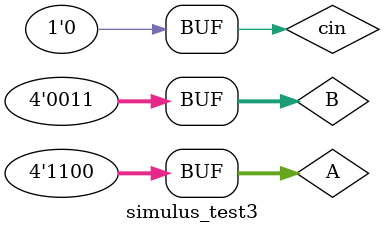
<source format=v>
`timescale 1ns / 1ps


module simulus_test3;

	// Inputs
	reg [3:0] A;
	reg [3:0] B;
	reg cin;

	// Outputs
	wire [3:0] sum;
	wire cout;

	// Instantiate the Unit Under Test (UUT)
	CarryLookAheadAdder4bit uut (
		.A(A), 
		.B(B), 
		.cin(cin), 
		.sum(sum), 
		.cout(cout)
	);

	initial begin
		// Initialize Inputs
		A = 0;
		B = 0;
		cin = 0;

		// Wait 100 ns for global reset to finish
		#100;
        
		// Add stimulus here
		#50 A=1;
		#50 A=0;
		#50 B=1;
		#50 A=12; 
		#50 B=3;
	end
	
	initial begin
			$monitor("A=%d,B=%d,cin=%d,sum=%d, cout=%d\n",A,B,cin,sum,cout);
		end
      
endmodule


</source>
